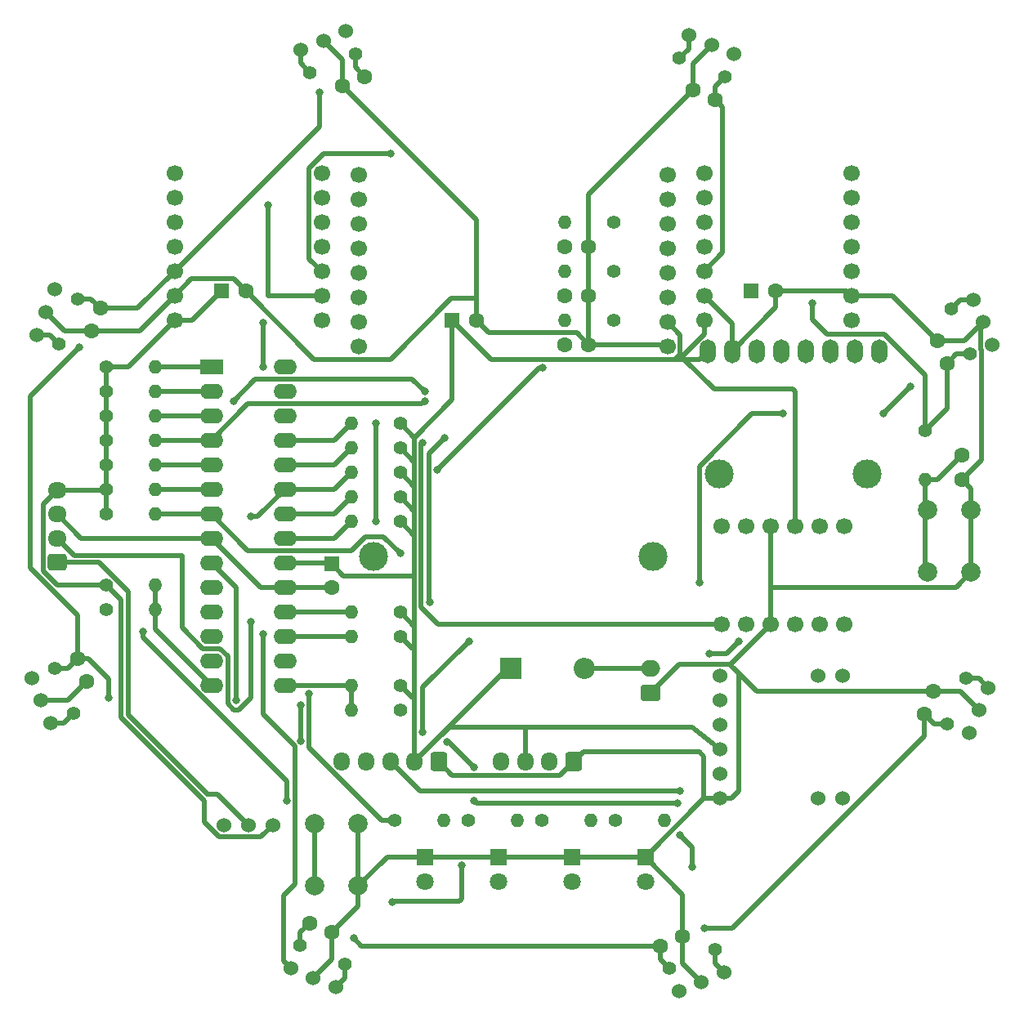
<source format=gbr>
G04 #@! TF.GenerationSoftware,KiCad,Pcbnew,(6.0.5)*
G04 #@! TF.CreationDate,2022-07-03T20:58:49+09:00*
G04 #@! TF.ProjectId,main board,6d61696e-2062-46f6-9172-642e6b696361,rev?*
G04 #@! TF.SameCoordinates,Original*
G04 #@! TF.FileFunction,Copper,L2,Bot*
G04 #@! TF.FilePolarity,Positive*
%FSLAX46Y46*%
G04 Gerber Fmt 4.6, Leading zero omitted, Abs format (unit mm)*
G04 Created by KiCad (PCBNEW (6.0.5)) date 2022-07-03 20:58:49*
%MOMM*%
%LPD*%
G01*
G04 APERTURE LIST*
G04 Aperture macros list*
%AMRoundRect*
0 Rectangle with rounded corners*
0 $1 Rounding radius*
0 $2 $3 $4 $5 $6 $7 $8 $9 X,Y pos of 4 corners*
0 Add a 4 corners polygon primitive as box body*
4,1,4,$2,$3,$4,$5,$6,$7,$8,$9,$2,$3,0*
0 Add four circle primitives for the rounded corners*
1,1,$1+$1,$2,$3*
1,1,$1+$1,$4,$5*
1,1,$1+$1,$6,$7*
1,1,$1+$1,$8,$9*
0 Add four rect primitives between the rounded corners*
20,1,$1+$1,$2,$3,$4,$5,0*
20,1,$1+$1,$4,$5,$6,$7,0*
20,1,$1+$1,$6,$7,$8,$9,0*
20,1,$1+$1,$8,$9,$2,$3,0*%
%AMHorizOval*
0 Thick line with rounded ends*
0 $1 width*
0 $2 $3 position (X,Y) of the first rounded end (center of the circle)*
0 $4 $5 position (X,Y) of the second rounded end (center of the circle)*
0 Add line between two ends*
20,1,$1,$2,$3,$4,$5,0*
0 Add two circle primitives to create the rounded ends*
1,1,$1,$2,$3*
1,1,$1,$4,$5*%
G04 Aperture macros list end*
G04 #@! TA.AperFunction,ComponentPad*
%ADD10C,1.400000*%
G04 #@! TD*
G04 #@! TA.AperFunction,ComponentPad*
%ADD11O,1.400000X1.400000*%
G04 #@! TD*
G04 #@! TA.AperFunction,ComponentPad*
%ADD12C,1.600000*%
G04 #@! TD*
G04 #@! TA.AperFunction,ComponentPad*
%ADD13HorizOval,1.400000X0.000000X0.000000X0.000000X0.000000X0*%
G04 #@! TD*
G04 #@! TA.AperFunction,ComponentPad*
%ADD14HorizOval,1.400000X0.000000X0.000000X0.000000X0.000000X0*%
G04 #@! TD*
G04 #@! TA.AperFunction,ComponentPad*
%ADD15HorizOval,1.400000X0.000000X0.000000X0.000000X0.000000X0*%
G04 #@! TD*
G04 #@! TA.AperFunction,ComponentPad*
%ADD16C,2.000000*%
G04 #@! TD*
G04 #@! TA.AperFunction,ComponentPad*
%ADD17R,1.800000X1.800000*%
G04 #@! TD*
G04 #@! TA.AperFunction,ComponentPad*
%ADD18C,1.800000*%
G04 #@! TD*
G04 #@! TA.AperFunction,ComponentPad*
%ADD19R,2.400000X1.600000*%
G04 #@! TD*
G04 #@! TA.AperFunction,ComponentPad*
%ADD20O,2.400000X1.600000*%
G04 #@! TD*
G04 #@! TA.AperFunction,ComponentPad*
%ADD21HorizOval,1.400000X0.000000X0.000000X0.000000X0.000000X0*%
G04 #@! TD*
G04 #@! TA.AperFunction,ComponentPad*
%ADD22R,2.200000X2.200000*%
G04 #@! TD*
G04 #@! TA.AperFunction,ComponentPad*
%ADD23O,2.200000X2.200000*%
G04 #@! TD*
G04 #@! TA.AperFunction,ComponentPad*
%ADD24R,1.600000X1.600000*%
G04 #@! TD*
G04 #@! TA.AperFunction,ComponentPad*
%ADD25C,1.524000*%
G04 #@! TD*
G04 #@! TA.AperFunction,ComponentPad*
%ADD26C,1.700000*%
G04 #@! TD*
G04 #@! TA.AperFunction,ComponentPad*
%ADD27C,3.000000*%
G04 #@! TD*
G04 #@! TA.AperFunction,ComponentPad*
%ADD28O,1.700000X2.500000*%
G04 #@! TD*
G04 #@! TA.AperFunction,ComponentPad*
%ADD29RoundRect,0.250000X0.600000X0.725000X-0.600000X0.725000X-0.600000X-0.725000X0.600000X-0.725000X0*%
G04 #@! TD*
G04 #@! TA.AperFunction,ComponentPad*
%ADD30O,1.700000X1.950000*%
G04 #@! TD*
G04 #@! TA.AperFunction,ComponentPad*
%ADD31RoundRect,0.250000X0.750000X-0.600000X0.750000X0.600000X-0.750000X0.600000X-0.750000X-0.600000X0*%
G04 #@! TD*
G04 #@! TA.AperFunction,ComponentPad*
%ADD32O,2.000000X1.700000*%
G04 #@! TD*
G04 #@! TA.AperFunction,ComponentPad*
%ADD33RoundRect,0.250000X0.725000X-0.600000X0.725000X0.600000X-0.725000X0.600000X-0.725000X-0.600000X0*%
G04 #@! TD*
G04 #@! TA.AperFunction,ComponentPad*
%ADD34O,1.950000X1.700000*%
G04 #@! TD*
G04 #@! TA.AperFunction,ViaPad*
%ADD35C,0.800000*%
G04 #@! TD*
G04 #@! TA.AperFunction,Conductor*
%ADD36C,0.500000*%
G04 #@! TD*
G04 APERTURE END LIST*
D10*
X143764000Y-108966000D03*
D11*
X143764000Y-114046000D03*
D12*
X106446000Y-89916000D03*
X108946000Y-89916000D03*
D10*
X54077321Y-100012453D03*
D13*
X56021353Y-95319145D03*
D10*
X55592747Y-138289900D03*
D14*
X53648715Y-133596592D03*
D10*
X117314697Y-164713180D03*
D15*
X122008005Y-162769148D03*
D12*
X119724080Y-73677886D03*
X122033779Y-74634595D03*
D16*
X144054000Y-123646000D03*
X144054000Y-117146000D03*
X148554000Y-123646000D03*
X148554000Y-117146000D03*
D10*
X111526000Y-97536000D03*
D11*
X106446000Y-97536000D03*
D10*
X111526000Y-87376000D03*
D11*
X106446000Y-87376000D03*
D17*
X99568000Y-153157000D03*
D18*
X99568000Y-155697000D03*
D10*
X89408000Y-115824000D03*
D11*
X84328000Y-115824000D03*
D10*
X148431285Y-101047198D03*
D14*
X146487253Y-96353890D03*
D17*
X114808000Y-153157000D03*
D18*
X114808000Y-155697000D03*
D19*
X69860000Y-102347000D03*
D20*
X69860000Y-104887000D03*
X69860000Y-107427000D03*
X69860000Y-109967000D03*
X69860000Y-112507000D03*
X69860000Y-115047000D03*
X69860000Y-117587000D03*
X69860000Y-120127000D03*
X69860000Y-122667000D03*
X69860000Y-125207000D03*
X69860000Y-127747000D03*
X69860000Y-130287000D03*
X69860000Y-132827000D03*
X69860000Y-135367000D03*
X77480000Y-135367000D03*
X77480000Y-132827000D03*
X77480000Y-130287000D03*
X77480000Y-127747000D03*
X77480000Y-125207000D03*
X77480000Y-122667000D03*
X77480000Y-120127000D03*
X77480000Y-117587000D03*
X77480000Y-115047000D03*
X77480000Y-112507000D03*
X77480000Y-109967000D03*
X77480000Y-107427000D03*
X77480000Y-104887000D03*
X77480000Y-102347000D03*
D10*
X58928000Y-109982000D03*
D11*
X64008000Y-109982000D03*
D10*
X123042750Y-72303247D03*
D21*
X118349442Y-70359215D03*
D10*
X111526000Y-92456000D03*
D11*
X106446000Y-92456000D03*
D22*
X100838000Y-133604000D03*
D23*
X108458000Y-133604000D03*
D12*
X145112615Y-99672560D03*
X146069324Y-101982259D03*
D24*
X70930888Y-94488000D03*
D12*
X73430888Y-94488000D03*
X147574000Y-111506000D03*
X147574000Y-114006000D03*
D10*
X89408000Y-127762000D03*
D11*
X84328000Y-127762000D03*
D12*
X80009266Y-159993889D03*
X82318965Y-160950598D03*
D10*
X89408000Y-130302000D03*
D11*
X84328000Y-130302000D03*
D10*
X80071995Y-71874642D03*
D15*
X84765303Y-69930610D03*
D25*
X122523000Y-147066000D03*
X122523000Y-144526000D03*
X122523000Y-141986000D03*
X122523000Y-139446000D03*
X122523000Y-136906000D03*
X122523000Y-134366000D03*
X132683000Y-147066000D03*
X135223000Y-147066000D03*
X132683000Y-134366000D03*
X135223000Y-134366000D03*
D10*
X58928000Y-102362000D03*
D11*
X64008000Y-102362000D03*
D10*
X111718340Y-149347000D03*
D11*
X116798340Y-149347000D03*
D10*
X89408000Y-113284000D03*
D11*
X84328000Y-113284000D03*
D10*
X88858340Y-149347000D03*
D11*
X93938340Y-149347000D03*
D12*
X58368006Y-96291161D03*
X57411297Y-98600860D03*
X106446000Y-100076000D03*
X108946000Y-100076000D03*
D24*
X125794888Y-94488000D03*
D12*
X128294888Y-94488000D03*
D26*
X81280000Y-97536000D03*
X81280000Y-94996000D03*
X81280000Y-92456000D03*
X81280000Y-89916000D03*
X81280000Y-87376000D03*
X81280000Y-84836000D03*
X81280000Y-82296000D03*
X66040000Y-82296000D03*
X66040000Y-84836000D03*
X66040000Y-87376000D03*
X66040000Y-89916000D03*
X66040000Y-92456000D03*
X66040000Y-94996000D03*
X66040000Y-97536000D03*
D25*
X76200000Y-149828000D03*
X73660000Y-149828000D03*
X71120000Y-149828000D03*
D10*
X89408000Y-110744000D03*
D11*
X84328000Y-110744000D03*
D12*
X118689335Y-161394510D03*
X116379636Y-162351219D03*
D17*
X91948000Y-153157000D03*
D18*
X91948000Y-155697000D03*
D10*
X58928000Y-127508000D03*
D11*
X64008000Y-127508000D03*
D10*
X83730558Y-164284574D03*
D21*
X79037250Y-162340542D03*
D10*
X104098340Y-149347000D03*
D11*
X109178340Y-149347000D03*
D10*
X89408000Y-108204000D03*
D11*
X84328000Y-108204000D03*
D24*
X82296000Y-122746888D03*
D12*
X82296000Y-125246888D03*
D10*
X89408000Y-135382000D03*
D11*
X84328000Y-135382000D03*
D10*
X58928000Y-104902000D03*
D11*
X64008000Y-104902000D03*
D16*
X80554000Y-156158000D03*
X80554000Y-149658000D03*
X85054000Y-156158000D03*
X85054000Y-149658000D03*
D10*
X96478340Y-149347000D03*
D11*
X101558340Y-149347000D03*
D10*
X58928000Y-112522000D03*
D11*
X64008000Y-112522000D03*
D10*
X58928000Y-115062000D03*
D11*
X64008000Y-115062000D03*
D10*
X89408000Y-118364000D03*
D11*
X84328000Y-118364000D03*
D17*
X107188000Y-153157000D03*
D18*
X107188000Y-155697000D03*
D27*
X115570000Y-121977000D03*
X86614000Y-121977000D03*
D26*
X85092000Y-82480000D03*
X85092000Y-85020000D03*
X85092000Y-87560000D03*
X85092000Y-90100000D03*
X85092000Y-92640000D03*
X85092000Y-95180000D03*
X85092000Y-97720000D03*
X85092000Y-100260000D03*
X117092000Y-100260000D03*
X117092000Y-97720000D03*
X117092000Y-95180000D03*
X117092000Y-92640000D03*
X117092000Y-90100000D03*
X117092000Y-87560000D03*
X117092000Y-85020000D03*
X117092000Y-82480000D03*
D10*
X58928000Y-117602000D03*
D11*
X64008000Y-117602000D03*
D10*
X58928000Y-124968000D03*
D11*
X64008000Y-124968000D03*
D24*
X94806888Y-97536000D03*
D12*
X97306888Y-97536000D03*
D26*
X122682000Y-118872000D03*
X125222000Y-118872000D03*
X127762000Y-118872000D03*
X130302000Y-118872000D03*
X132842000Y-118872000D03*
X135382000Y-118872000D03*
X135382000Y-129032000D03*
X132842000Y-129032000D03*
X130302000Y-129032000D03*
X127762000Y-129032000D03*
X125222000Y-129032000D03*
X122682000Y-129032000D03*
D10*
X58928000Y-107442000D03*
D11*
X64008000Y-107442000D03*
D10*
X146058648Y-139324645D03*
D13*
X148002680Y-134631337D03*
D12*
X55995369Y-132624576D03*
X56952078Y-134934275D03*
X85737319Y-72277264D03*
X83427620Y-73233973D03*
D27*
X137803000Y-113451000D03*
X122483000Y-113451000D03*
D28*
X121253000Y-100711000D03*
X123793000Y-100711000D03*
X126333000Y-100711000D03*
X128873000Y-100711000D03*
X131413000Y-100711000D03*
X133953000Y-100711000D03*
X136493000Y-100711000D03*
X139033000Y-100711000D03*
D10*
X89408000Y-137922000D03*
D11*
X84328000Y-137922000D03*
D12*
X106446000Y-94996000D03*
X108946000Y-94996000D03*
D26*
X136144000Y-97536000D03*
X136144000Y-94996000D03*
X136144000Y-92456000D03*
X136144000Y-89916000D03*
X136144000Y-87376000D03*
X136144000Y-84836000D03*
X136144000Y-82296000D03*
X120904000Y-82296000D03*
X120904000Y-84836000D03*
X120904000Y-87376000D03*
X120904000Y-89916000D03*
X120904000Y-92456000D03*
X120904000Y-94996000D03*
X120904000Y-97536000D03*
D12*
X144684009Y-136005975D03*
X143727300Y-138315674D03*
D25*
X150777938Y-100075182D03*
X149805922Y-97728528D03*
X148833906Y-95381874D03*
X148405301Y-140296661D03*
X149377317Y-137950007D03*
X150349333Y-135603353D03*
X78065234Y-164687196D03*
X80411888Y-165659212D03*
X82758542Y-166631228D03*
X53674699Y-94347129D03*
X52702683Y-96693783D03*
X51730667Y-99040437D03*
D29*
X93392000Y-143239000D03*
D30*
X90892000Y-143239000D03*
X88392000Y-143239000D03*
X85892000Y-143239000D03*
X83392000Y-143239000D03*
D25*
X118286713Y-167059834D03*
X120633367Y-166087818D03*
X122980021Y-165115802D03*
X124014766Y-69956594D03*
X121668112Y-68984578D03*
X119321458Y-68012562D03*
X83793287Y-67583956D03*
X81446633Y-68555972D03*
X79099979Y-69527988D03*
D29*
X107382000Y-143239000D03*
D30*
X104882000Y-143239000D03*
X102382000Y-143239000D03*
X99882000Y-143239000D03*
D31*
X115316000Y-136144000D03*
D32*
X115316000Y-133644000D03*
D25*
X51248980Y-134590595D03*
X52220996Y-136937249D03*
X53193012Y-139283903D03*
D33*
X53865000Y-122622000D03*
D34*
X53865000Y-120122000D03*
X53865000Y-117622000D03*
X53865000Y-115122000D03*
D35*
X89408000Y-121666000D03*
X93218000Y-113030000D03*
X104140000Y-102409011D03*
X91948000Y-104918497D03*
X72136000Y-105918000D03*
X91948000Y-105918000D03*
X132080000Y-95758000D03*
X120904000Y-160528000D03*
X59182000Y-136652000D03*
X84582000Y-161544000D03*
X56134000Y-100330000D03*
X81026000Y-73914000D03*
X77636500Y-147320000D03*
X95758000Y-154006500D03*
X88566677Y-157813323D03*
X62738000Y-129794000D03*
X73939020Y-128778000D03*
X73939020Y-117856000D03*
X129032000Y-107188000D03*
X139446000Y-107188000D03*
X118364000Y-146304000D03*
X120396000Y-124714000D03*
X142240000Y-104394000D03*
X79979020Y-136231500D03*
X79129520Y-137414000D03*
X79129520Y-141105520D03*
X72390000Y-136906000D03*
X91741500Y-110236000D03*
X75184000Y-97790000D03*
X75184000Y-102362000D03*
X75184000Y-130048000D03*
X75692000Y-85598000D03*
X88392000Y-80264000D03*
X86868000Y-108204000D03*
X86868000Y-118364000D03*
X124460000Y-130810000D03*
X121412000Y-132080000D03*
X92456000Y-126746000D03*
X93980000Y-109728000D03*
X119634000Y-154178000D03*
X118364000Y-150876000D03*
X97028000Y-143814020D03*
X118110000Y-147574000D03*
X96520000Y-130810000D03*
X91741500Y-140208000D03*
X97028000Y-147320000D03*
X94234000Y-141224000D03*
D36*
X82216112Y-122667000D02*
X82296000Y-122746888D01*
X90892000Y-114768000D02*
X90892000Y-114848000D01*
X52440480Y-123511750D02*
X53896730Y-124968000D01*
X69088000Y-149509336D02*
X70618175Y-151039511D01*
X89408000Y-127762000D02*
X90892000Y-129246000D01*
X118831511Y-101559511D02*
X120404489Y-101559511D01*
X58928000Y-124968000D02*
X60452000Y-126492000D01*
X89408000Y-110744000D02*
X90892000Y-112228000D01*
X69088000Y-147320000D02*
X69088000Y-149509336D01*
X83545633Y-123996521D02*
X90887479Y-123996521D01*
X90892000Y-109688000D02*
X94806888Y-105773112D01*
X53896730Y-124968000D02*
X58928000Y-124968000D01*
X90892000Y-143239000D02*
X90892000Y-136692000D01*
X130302000Y-118872000D02*
X130302000Y-104902000D01*
X90892000Y-112308000D02*
X90892000Y-109688000D01*
X117896489Y-101559511D02*
X118391511Y-101064489D01*
X89408000Y-130302000D02*
X90718000Y-131612000D01*
X118323511Y-101559511D02*
X120904000Y-98979022D01*
X102362000Y-139700000D02*
X94488000Y-139700000D01*
X94488000Y-139700000D02*
X90892000Y-143239000D01*
X121920000Y-104648000D02*
X118831511Y-101559511D01*
X90892000Y-114848000D02*
X90892000Y-112308000D01*
X66040000Y-97536000D02*
X67882888Y-97536000D01*
X100838000Y-133604000D02*
X100527000Y-133604000D01*
X67882888Y-97536000D02*
X70930888Y-94488000D01*
X90892000Y-109688000D02*
X89408000Y-108204000D01*
X90892000Y-119928000D02*
X90892000Y-117308000D01*
X100527000Y-133604000D02*
X90892000Y-143239000D01*
X90892000Y-123992000D02*
X90892000Y-119928000D01*
X117388489Y-101559511D02*
X117896489Y-101559511D01*
X90892000Y-112228000D02*
X90892000Y-112308000D01*
X70618175Y-151039511D02*
X74988489Y-151039511D01*
X90892000Y-129500000D02*
X90892000Y-123992000D01*
X90892000Y-117308000D02*
X90892000Y-114848000D01*
X60452000Y-138684000D02*
X69088000Y-147320000D01*
X77480000Y-122667000D02*
X82216112Y-122667000D01*
X117388489Y-101559511D02*
X118323511Y-101559511D01*
X58868000Y-115122000D02*
X58928000Y-115062000D01*
X60452000Y-126492000D02*
X60452000Y-138684000D01*
X66040000Y-97536000D02*
X61214000Y-102362000D01*
X74988489Y-151039511D02*
X76200000Y-149828000D01*
X89408000Y-135382000D02*
X90718000Y-136692000D01*
X94806888Y-105773112D02*
X94806888Y-97536000D01*
X89408000Y-115824000D02*
X90892000Y-117308000D01*
X53865000Y-115122000D02*
X52440480Y-116546520D01*
X120904000Y-98979022D02*
X120904000Y-97536000D01*
X118391511Y-101064489D02*
X118391511Y-99019511D01*
X90892000Y-119848000D02*
X90892000Y-119928000D01*
X82296000Y-122746888D02*
X83545633Y-123996521D01*
X90892000Y-136692000D02*
X90892000Y-131612000D01*
X61214000Y-102362000D02*
X58928000Y-102362000D01*
X98830399Y-101559511D02*
X117388489Y-101559511D01*
X94806888Y-97536000D02*
X98830399Y-101559511D01*
X52440480Y-116546520D02*
X52440480Y-123511750D01*
X120404489Y-101559511D02*
X121253000Y-100711000D01*
X90892000Y-131612000D02*
X90892000Y-129500000D01*
X89408000Y-113284000D02*
X90892000Y-114768000D01*
X130048000Y-104648000D02*
X121920000Y-104648000D01*
X118391511Y-99019511D02*
X117092000Y-97720000D01*
X89408000Y-118364000D02*
X90892000Y-119848000D01*
X118323511Y-101559511D02*
X118831511Y-101559511D01*
X58928000Y-117602000D02*
X58928000Y-104902000D01*
X119634000Y-139700000D02*
X102362000Y-139700000D01*
X53865000Y-115122000D02*
X58868000Y-115122000D01*
X90887479Y-123996521D02*
X90892000Y-123992000D01*
X122523000Y-141986000D02*
X119634000Y-139700000D01*
X102382000Y-143239000D02*
X102362000Y-139954000D01*
X58928000Y-102362000D02*
X58928000Y-117602000D01*
X90892000Y-129246000D02*
X90892000Y-129500000D01*
X90718000Y-136692000D02*
X90892000Y-136692000D01*
X90718000Y-131612000D02*
X90892000Y-131612000D01*
X130302000Y-104902000D02*
X130048000Y-104648000D01*
X56370000Y-120127000D02*
X69860000Y-120127000D01*
X93392000Y-143239000D02*
X94816520Y-144663520D01*
X88055000Y-153157000D02*
X85054000Y-156158000D01*
X72181377Y-93238489D02*
X67797511Y-93238489D01*
X97306888Y-95274888D02*
X97306888Y-97536000D01*
X88432489Y-101559511D02*
X94717112Y-95274888D01*
X108946000Y-84455966D02*
X108946000Y-89916000D01*
X85054000Y-149658000D02*
X85054000Y-156158000D01*
X94717112Y-95274888D02*
X97306888Y-95274888D01*
X118689335Y-161394510D02*
X118689335Y-157038335D01*
X127762000Y-125222000D02*
X127762000Y-118872000D01*
X148554000Y-123646000D02*
X146978000Y-125222000D01*
X118305511Y-133154489D02*
X123502489Y-133154489D01*
X118689335Y-161394510D02*
X118689335Y-164143786D01*
X127762000Y-129032000D02*
X127762000Y-125222000D01*
X123793000Y-97885000D02*
X123793000Y-100711000D01*
X128294888Y-94488000D02*
X135636000Y-94488000D01*
X108946000Y-100076000D02*
X108946000Y-89916000D01*
X118305511Y-133154489D02*
X123639511Y-133154489D01*
X128294888Y-94488000D02*
X128294888Y-96209112D01*
X149566427Y-97968023D02*
X149805922Y-97728528D01*
X149606000Y-111974000D02*
X149606000Y-100616580D01*
X85054000Y-158215563D02*
X82318965Y-160950598D01*
X73430888Y-94488000D02*
X72181377Y-93238489D01*
X115316000Y-136144000D02*
X118305511Y-133154489D01*
X107696489Y-98826489D02*
X108946000Y-100076000D01*
X128294888Y-96209112D02*
X123793000Y-100711000D01*
X67797511Y-93238489D02*
X66040000Y-94996000D01*
X124460000Y-134112000D02*
X124460000Y-146304000D01*
X53865000Y-117622000D02*
X56370000Y-120127000D01*
X147433285Y-136005975D02*
X149377317Y-137950007D01*
X144684009Y-136005975D02*
X126353975Y-136005975D01*
X91948000Y-153157000D02*
X88055000Y-153157000D01*
X149566427Y-100577007D02*
X149566427Y-97968023D01*
X82318965Y-160950598D02*
X82318965Y-163752135D01*
X82296000Y-125246888D02*
X77519888Y-125246888D01*
X80502399Y-101559511D02*
X88432489Y-101559511D01*
X120396000Y-142240000D02*
X120899000Y-142743000D01*
X120899000Y-142743000D02*
X120899000Y-147066000D01*
X118689335Y-157038335D02*
X114808000Y-153157000D01*
X73430888Y-94488000D02*
X80502399Y-101559511D01*
X144684009Y-136005975D02*
X147433285Y-136005975D01*
X57411297Y-98600860D02*
X62435140Y-98600860D01*
X74979888Y-125246888D02*
X69860000Y-120127000D01*
X94816520Y-144663520D02*
X105957480Y-144663520D01*
X148554000Y-123646000D02*
X148554000Y-117146000D01*
X114808000Y-153157000D02*
X91948000Y-153157000D01*
X149606000Y-100616580D02*
X149566427Y-100577007D01*
X135636000Y-94488000D02*
X136144000Y-94996000D01*
X54609760Y-98600860D02*
X52702683Y-96693783D01*
X85054000Y-156158000D02*
X85054000Y-158215563D01*
X123952000Y-133604000D02*
X124460000Y-134112000D01*
X62435140Y-98600860D02*
X66040000Y-94996000D01*
X52220996Y-136937249D02*
X54949104Y-136937249D01*
X147574000Y-114006000D02*
X149606000Y-111974000D01*
X105957480Y-144663520D02*
X107382000Y-143239000D01*
X119724080Y-73677886D02*
X119724080Y-70928610D01*
X83427620Y-73233973D02*
X97306888Y-87113241D01*
X120904000Y-94996000D02*
X123793000Y-97885000D01*
X108381000Y-142240000D02*
X120396000Y-142240000D01*
X54949104Y-136937249D02*
X56952078Y-134934275D01*
X107382000Y-143239000D02*
X108381000Y-142240000D01*
X116908000Y-100076000D02*
X117092000Y-100260000D01*
X119724080Y-73677886D02*
X108946000Y-84455966D01*
X82318965Y-163752135D02*
X80411888Y-165659212D01*
X123698000Y-147066000D02*
X122523000Y-147066000D01*
X148554000Y-114986000D02*
X147574000Y-114006000D01*
X118689335Y-164143786D02*
X120633367Y-166087818D01*
X82296000Y-125246888D02*
X74979888Y-125246888D01*
X97306888Y-97536000D02*
X98597377Y-98826489D01*
X83427620Y-70536959D02*
X81446633Y-68555972D01*
X146978000Y-125222000D02*
X127762000Y-125222000D01*
X126353975Y-136005975D02*
X123952000Y-133604000D01*
X140436055Y-94996000D02*
X145112615Y-99672560D01*
X122523000Y-147066000D02*
X120899000Y-147066000D01*
X136144000Y-94996000D02*
X140436055Y-94996000D01*
X147861890Y-99672560D02*
X149805922Y-97728528D01*
X77519888Y-125246888D02*
X77480000Y-125207000D01*
X123502489Y-133154489D02*
X123952000Y-133604000D01*
X123639511Y-133154489D02*
X127762000Y-129032000D01*
X97306888Y-87113241D02*
X97306888Y-95274888D01*
X83427620Y-73233973D02*
X83427620Y-70536959D01*
X108946000Y-100076000D02*
X116908000Y-100076000D01*
X119724080Y-70928610D02*
X121668112Y-68984578D01*
X57411297Y-98600860D02*
X54609760Y-98600860D01*
X98597377Y-98826489D02*
X107696489Y-98826489D01*
X124460000Y-146304000D02*
X123698000Y-147066000D01*
X145112615Y-99672560D02*
X147861890Y-99672560D01*
X120899000Y-147066000D02*
X114808000Y-153157000D01*
X148554000Y-117146000D02*
X148554000Y-114986000D01*
X73649520Y-121376520D02*
X84358445Y-121376520D01*
X103838989Y-102409011D02*
X104140000Y-102409011D01*
X69860000Y-117587000D02*
X64023000Y-117587000D01*
X69860000Y-117587000D02*
X73649520Y-121376520D01*
X69621000Y-117348000D02*
X69860000Y-117587000D01*
X85777486Y-119957479D02*
X87699479Y-119957479D01*
X87699479Y-119957479D02*
X89408000Y-121666000D01*
X93218000Y-113030000D02*
X103838989Y-102409011D01*
X64023000Y-117587000D02*
X64008000Y-117602000D01*
X84358445Y-121376520D02*
X85777486Y-119957479D01*
X91948000Y-104918497D02*
X90666983Y-103637480D01*
X64008000Y-112522000D02*
X69845000Y-112522000D01*
X90666983Y-103637480D02*
X74416520Y-103637480D01*
X69845000Y-112522000D02*
X69860000Y-112507000D01*
X74416520Y-103637480D02*
X72136000Y-105918000D01*
X64008000Y-109982000D02*
X69845000Y-109982000D01*
X73649520Y-106177480D02*
X69860000Y-109967000D01*
X91688520Y-106177480D02*
X73649520Y-106177480D01*
X91948000Y-105918000D02*
X91688520Y-106177480D01*
X69845000Y-109982000D02*
X69860000Y-109967000D01*
X59182000Y-134679837D02*
X57126739Y-132624576D01*
X55023353Y-133596592D02*
X55995369Y-132624576D01*
X120904000Y-160528000D02*
X123814978Y-160528000D01*
X62204839Y-96291161D02*
X66040000Y-92456000D01*
X146069324Y-101982259D02*
X146069324Y-106660676D01*
X81026000Y-73914000D02*
X81026000Y-77470000D01*
X84582000Y-161544000D02*
X85389219Y-162351219D01*
X57395990Y-95319145D02*
X58368006Y-96291161D01*
X58368006Y-96291161D02*
X62204839Y-96291161D01*
X122033779Y-73312218D02*
X123042750Y-72303247D01*
X122833778Y-90526222D02*
X122833778Y-75434594D01*
X120904000Y-92456000D02*
X122833778Y-90526222D01*
X116379636Y-163778119D02*
X117314697Y-164713180D01*
X123814978Y-160528000D02*
X143727300Y-140615678D01*
X146069324Y-106660676D02*
X143764000Y-108966000D01*
X53648715Y-133596592D02*
X55023353Y-133596592D01*
X57126739Y-132624576D02*
X55995369Y-132624576D01*
X81026000Y-77470000D02*
X66040000Y-92456000D01*
X122833778Y-75434594D02*
X122033779Y-74634595D01*
X143764000Y-103204202D02*
X139571278Y-99011480D01*
X51054000Y-123190000D02*
X51054000Y-105410000D01*
X116379636Y-162351219D02*
X116379636Y-163778119D01*
X147004385Y-101047198D02*
X146069324Y-101982259D01*
X132080000Y-97487480D02*
X132080000Y-95758000D01*
X122033779Y-74634595D02*
X122033779Y-73312218D01*
X143727300Y-140615678D02*
X143727300Y-138315674D01*
X55995369Y-132624576D02*
X55995369Y-128131369D01*
X79037250Y-160965905D02*
X80009266Y-159993889D01*
X51054000Y-105410000D02*
X56134000Y-100330000D01*
X146058648Y-139324645D02*
X144736271Y-139324645D01*
X144736271Y-139324645D02*
X143727300Y-138315674D01*
X133604000Y-99011480D02*
X132080000Y-97487480D01*
X148431285Y-101047198D02*
X147004385Y-101047198D01*
X85389219Y-162351219D02*
X116379636Y-162351219D01*
X84765303Y-69930610D02*
X84765303Y-71305248D01*
X143764000Y-108966000D02*
X143764000Y-103204202D01*
X84765303Y-71305248D02*
X85737319Y-72277264D01*
X56021353Y-95319145D02*
X57395990Y-95319145D01*
X139571278Y-99011480D02*
X133604000Y-99011480D01*
X59182000Y-136652000D02*
X59182000Y-134679837D01*
X55995369Y-128131369D02*
X51054000Y-123190000D01*
X79037250Y-162340542D02*
X79037250Y-160965905D01*
X143764000Y-114046000D02*
X143764000Y-123356000D01*
X145034000Y-114046000D02*
X147574000Y-111506000D01*
X143764000Y-123356000D02*
X144054000Y-123646000D01*
X143764000Y-114046000D02*
X145034000Y-114046000D01*
X115316000Y-133644000D02*
X108498000Y-133644000D01*
X108498000Y-133644000D02*
X108458000Y-133604000D01*
X95504000Y-157734000D02*
X95758000Y-157480000D01*
X88646000Y-157734000D02*
X95504000Y-157734000D01*
X62738000Y-130412088D02*
X77636500Y-145310588D01*
X77636500Y-145310588D02*
X77636500Y-147320000D01*
X95758000Y-157480000D02*
X95758000Y-154006500D01*
X88566677Y-157813323D02*
X88646000Y-157734000D01*
X62738000Y-129794000D02*
X62738000Y-130412088D01*
X61214000Y-125628345D02*
X61214000Y-125984000D01*
X61214000Y-138430000D02*
X69342000Y-146558000D01*
X58207655Y-122622000D02*
X61214000Y-125628345D01*
X53865000Y-122622000D02*
X58207655Y-122622000D01*
X70452480Y-146620480D02*
X69377750Y-146620480D01*
X73660000Y-149828000D02*
X70452480Y-146620480D01*
X61214000Y-125984000D02*
X61214000Y-138430000D01*
X70777568Y-131577480D02*
X71540489Y-132340401D01*
X71540489Y-132340401D02*
X71540489Y-137257880D01*
X84328000Y-113284000D02*
X82565000Y-115047000D01*
X71540489Y-137257880D02*
X72204609Y-137922000D01*
X68983392Y-131577480D02*
X70777568Y-131577480D01*
X53865000Y-120122000D02*
X53865000Y-120159000D01*
X82565000Y-115047000D02*
X77480000Y-115047000D01*
X55626000Y-121920000D02*
X66802000Y-121920000D01*
X73939020Y-117856000D02*
X74671000Y-117856000D01*
X72706480Y-137922000D02*
X73939020Y-136689460D01*
X73939020Y-136689460D02*
X73939020Y-128778000D01*
X53865000Y-120159000D02*
X55626000Y-121920000D01*
X72204609Y-137922000D02*
X72706480Y-137922000D01*
X66802000Y-129396088D02*
X68983392Y-131577480D01*
X74671000Y-117856000D02*
X77480000Y-115047000D01*
X66802000Y-121920000D02*
X66802000Y-129396088D01*
X120396000Y-124714000D02*
X120396000Y-112681965D01*
X88392000Y-143239000D02*
X91457000Y-146304000D01*
X120396000Y-112681965D02*
X125889965Y-107188000D01*
X125889965Y-107188000D02*
X129032000Y-107188000D01*
X91457000Y-146304000D02*
X118364000Y-146304000D01*
X139446000Y-107188000D02*
X142240000Y-104394000D01*
X69845000Y-102362000D02*
X69860000Y-102347000D01*
X64008000Y-102362000D02*
X69845000Y-102362000D01*
X69845000Y-115062000D02*
X69860000Y-115047000D01*
X64008000Y-115062000D02*
X69845000Y-115062000D01*
X64008000Y-129515000D02*
X69860000Y-135367000D01*
X64008000Y-127508000D02*
X64008000Y-129515000D01*
X64008000Y-124968000D02*
X64008000Y-127508000D01*
X84328000Y-135382000D02*
X77495000Y-135382000D01*
X84328000Y-135382000D02*
X84328000Y-137922000D01*
X77495000Y-135382000D02*
X77480000Y-135367000D01*
X64008000Y-107442000D02*
X69845000Y-107442000D01*
X69845000Y-107442000D02*
X69860000Y-107427000D01*
X69845000Y-104902000D02*
X69860000Y-104887000D01*
X64008000Y-104902000D02*
X69845000Y-104902000D01*
X87537202Y-149347000D02*
X79979020Y-141788818D01*
X82565000Y-109967000D02*
X77480000Y-109967000D01*
X79979020Y-141788818D02*
X79979020Y-136231500D01*
X84328000Y-108204000D02*
X82565000Y-109967000D01*
X88858340Y-149347000D02*
X87537202Y-149347000D01*
X79129520Y-141105520D02*
X79129520Y-137414000D01*
X84328000Y-118364000D02*
X82565000Y-120127000D01*
X82565000Y-120127000D02*
X77480000Y-120127000D01*
X72390000Y-136906000D02*
X72390000Y-125197000D01*
X72390000Y-125197000D02*
X69860000Y-122667000D01*
X82565000Y-112507000D02*
X77480000Y-112507000D01*
X84328000Y-110744000D02*
X82565000Y-112507000D01*
X82565000Y-117587000D02*
X77480000Y-117587000D01*
X84328000Y-115824000D02*
X82565000Y-117587000D01*
X84328000Y-127762000D02*
X77495000Y-127762000D01*
X77495000Y-127762000D02*
X77480000Y-127747000D01*
X84328000Y-130302000D02*
X77495000Y-130302000D01*
X77495000Y-130302000D02*
X77480000Y-130287000D01*
X83730558Y-164284574D02*
X83730558Y-165659212D01*
X83730558Y-165659212D02*
X82758542Y-166631228D01*
X53193012Y-139283903D02*
X54598744Y-139283903D01*
X54598744Y-139283903D02*
X55592747Y-138289900D01*
X53105305Y-99040437D02*
X54077321Y-100012453D01*
X51730667Y-99040437D02*
X53105305Y-99040437D01*
X79099979Y-69527988D02*
X79099979Y-70902626D01*
X79099979Y-70902626D02*
X80071995Y-71874642D01*
X119321458Y-68012562D02*
X119321458Y-69387199D01*
X119321458Y-69387199D02*
X118349442Y-70359215D01*
X148833906Y-95381874D02*
X147459269Y-95381874D01*
X147459269Y-95381874D02*
X146487253Y-96353890D01*
X149377317Y-134631337D02*
X150349333Y-135603353D01*
X148002680Y-134631337D02*
X149377317Y-134631337D01*
X122008005Y-164143786D02*
X122980021Y-165115802D01*
X122008005Y-162769148D02*
X122008005Y-164143786D01*
X80554000Y-149658000D02*
X80554000Y-156158000D01*
X91591520Y-127254000D02*
X91591520Y-110385980D01*
X93369520Y-129032000D02*
X91591520Y-127254000D01*
X122682000Y-129032000D02*
X93369520Y-129032000D01*
X91591520Y-110385980D02*
X91741500Y-110236000D01*
X78486000Y-155956000D02*
X78486000Y-141663391D01*
X78486000Y-141663391D02*
X75184000Y-138361391D01*
X75184000Y-138361391D02*
X75184000Y-130048000D01*
X77303235Y-157138765D02*
X78486000Y-155956000D01*
X75184000Y-102362000D02*
X75184000Y-97790000D01*
X78065234Y-164687196D02*
X77303235Y-163925197D01*
X77303235Y-163925197D02*
X77303235Y-157138765D01*
X75692000Y-94996000D02*
X81280000Y-94996000D01*
X75692000Y-85598000D02*
X75692000Y-94996000D01*
X81474213Y-80264000D02*
X79980489Y-81757724D01*
X79980489Y-91156489D02*
X81280000Y-92456000D01*
X79980489Y-81757724D02*
X79980489Y-91156489D01*
X88392000Y-80264000D02*
X81474213Y-80264000D01*
X121412000Y-132080000D02*
X123190000Y-132080000D01*
X123190000Y-132080000D02*
X124460000Y-130810000D01*
X86868000Y-108204000D02*
X86868000Y-118364000D01*
X119634000Y-154178000D02*
X119634000Y-152146000D01*
X97282000Y-147574000D02*
X97028000Y-147320000D01*
X93980000Y-109728000D02*
X92368489Y-111339511D01*
X118110000Y-147574000D02*
X97282000Y-147574000D01*
X92368489Y-126658489D02*
X92456000Y-126746000D01*
X94437980Y-141224000D02*
X97028000Y-143814020D01*
X91741500Y-140208000D02*
X91741500Y-135588500D01*
X91741500Y-135588500D02*
X96520000Y-130810000D01*
X94234000Y-141224000D02*
X94437980Y-141224000D01*
X119634000Y-152146000D02*
X118364000Y-150876000D01*
X92368489Y-111339511D02*
X92368489Y-126658489D01*
M02*

</source>
